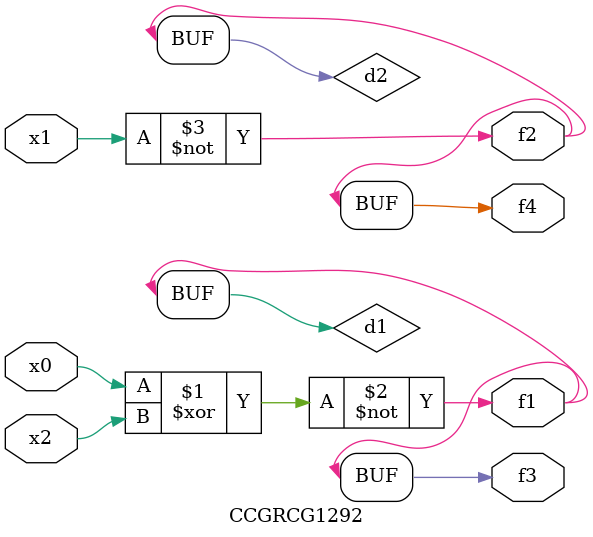
<source format=v>
module CCGRCG1292(
	input x0, x1, x2,
	output f1, f2, f3, f4
);

	wire d1, d2, d3;

	xnor (d1, x0, x2);
	nand (d2, x1);
	nor (d3, x1, x2);
	assign f1 = d1;
	assign f2 = d2;
	assign f3 = d1;
	assign f4 = d2;
endmodule

</source>
